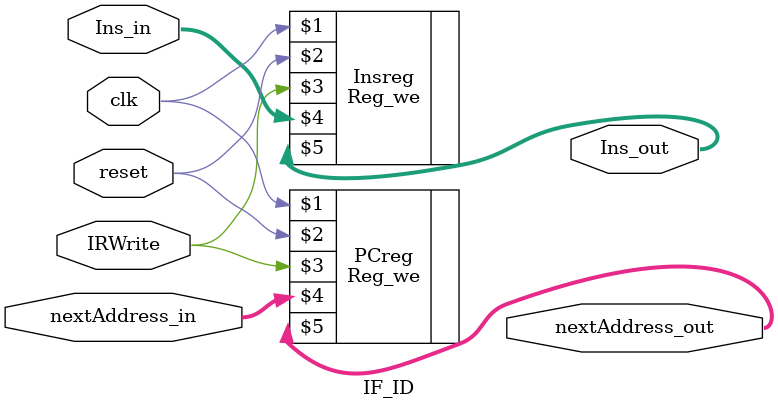
<source format=v>
`timescale 1ns / 1ps
module IF_ID(
	 input clk,
	 input reset,
	 input IRWrite,
    input [31:0] nextAddress_in,
	 output [31:0] nextAddress_out,
	 input [31:0] Ins_in,
	 output [31:0] Ins_out
	 );
Reg_we PCreg(clk,reset,IRWrite,nextAddress_in,nextAddress_out),
	    Insreg(clk,reset,IRWrite,Ins_in,Ins_out);
endmodule

</source>
